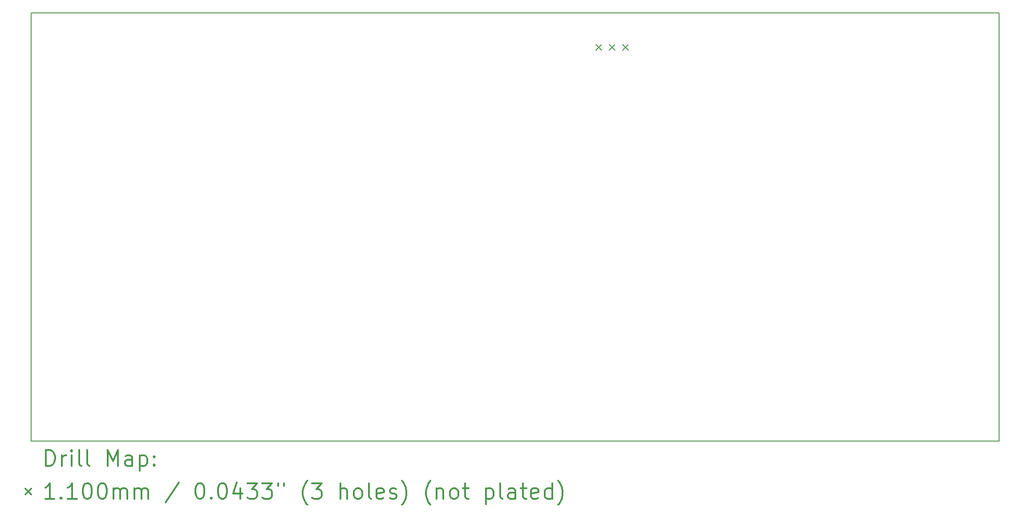
<source format=gbr>
%FSLAX45Y45*%
G04 Gerber Fmt 4.5, Leading zero omitted, Abs format (unit mm)*
G04 Created by KiCad (PCBNEW 5.1.10) date 2021-06-20 21:29:39*
%MOMM*%
%LPD*%
G01*
G04 APERTURE LIST*
%TA.AperFunction,Profile*%
%ADD10C,0.150000*%
%TD*%
%ADD11C,0.200000*%
%ADD12C,0.300000*%
G04 APERTURE END LIST*
D10*
X23622000Y-2870200D02*
X5207000Y-2870200D01*
X5207000Y-11023600D02*
X5207000Y-2870200D01*
X23622000Y-11023600D02*
X5207000Y-11023600D01*
X23622000Y-2870200D02*
X23622000Y-11023600D01*
D11*
X15947000Y-3475600D02*
X16057000Y-3585600D01*
X16057000Y-3475600D02*
X15947000Y-3585600D01*
X16201000Y-3475600D02*
X16311000Y-3585600D01*
X16311000Y-3475600D02*
X16201000Y-3585600D01*
X16455000Y-3475600D02*
X16565000Y-3585600D01*
X16565000Y-3475600D02*
X16455000Y-3585600D01*
D12*
X5485928Y-11496814D02*
X5485928Y-11196814D01*
X5557357Y-11196814D01*
X5600214Y-11211100D01*
X5628786Y-11239671D01*
X5643071Y-11268243D01*
X5657357Y-11325386D01*
X5657357Y-11368243D01*
X5643071Y-11425386D01*
X5628786Y-11453957D01*
X5600214Y-11482529D01*
X5557357Y-11496814D01*
X5485928Y-11496814D01*
X5785928Y-11496814D02*
X5785928Y-11296814D01*
X5785928Y-11353957D02*
X5800214Y-11325386D01*
X5814500Y-11311100D01*
X5843071Y-11296814D01*
X5871643Y-11296814D01*
X5971643Y-11496814D02*
X5971643Y-11296814D01*
X5971643Y-11196814D02*
X5957357Y-11211100D01*
X5971643Y-11225386D01*
X5985928Y-11211100D01*
X5971643Y-11196814D01*
X5971643Y-11225386D01*
X6157357Y-11496814D02*
X6128786Y-11482529D01*
X6114500Y-11453957D01*
X6114500Y-11196814D01*
X6314500Y-11496814D02*
X6285928Y-11482529D01*
X6271643Y-11453957D01*
X6271643Y-11196814D01*
X6657357Y-11496814D02*
X6657357Y-11196814D01*
X6757357Y-11411100D01*
X6857357Y-11196814D01*
X6857357Y-11496814D01*
X7128786Y-11496814D02*
X7128786Y-11339671D01*
X7114500Y-11311100D01*
X7085928Y-11296814D01*
X7028786Y-11296814D01*
X7000214Y-11311100D01*
X7128786Y-11482529D02*
X7100214Y-11496814D01*
X7028786Y-11496814D01*
X7000214Y-11482529D01*
X6985928Y-11453957D01*
X6985928Y-11425386D01*
X7000214Y-11396814D01*
X7028786Y-11382529D01*
X7100214Y-11382529D01*
X7128786Y-11368243D01*
X7271643Y-11296814D02*
X7271643Y-11596814D01*
X7271643Y-11311100D02*
X7300214Y-11296814D01*
X7357357Y-11296814D01*
X7385928Y-11311100D01*
X7400214Y-11325386D01*
X7414500Y-11353957D01*
X7414500Y-11439671D01*
X7400214Y-11468243D01*
X7385928Y-11482529D01*
X7357357Y-11496814D01*
X7300214Y-11496814D01*
X7271643Y-11482529D01*
X7543071Y-11468243D02*
X7557357Y-11482529D01*
X7543071Y-11496814D01*
X7528786Y-11482529D01*
X7543071Y-11468243D01*
X7543071Y-11496814D01*
X7543071Y-11311100D02*
X7557357Y-11325386D01*
X7543071Y-11339671D01*
X7528786Y-11325386D01*
X7543071Y-11311100D01*
X7543071Y-11339671D01*
X5089500Y-11936100D02*
X5199500Y-12046100D01*
X5199500Y-11936100D02*
X5089500Y-12046100D01*
X5643071Y-12126814D02*
X5471643Y-12126814D01*
X5557357Y-12126814D02*
X5557357Y-11826814D01*
X5528786Y-11869671D01*
X5500214Y-11898243D01*
X5471643Y-11912529D01*
X5771643Y-12098243D02*
X5785928Y-12112529D01*
X5771643Y-12126814D01*
X5757357Y-12112529D01*
X5771643Y-12098243D01*
X5771643Y-12126814D01*
X6071643Y-12126814D02*
X5900214Y-12126814D01*
X5985928Y-12126814D02*
X5985928Y-11826814D01*
X5957357Y-11869671D01*
X5928786Y-11898243D01*
X5900214Y-11912529D01*
X6257357Y-11826814D02*
X6285928Y-11826814D01*
X6314500Y-11841100D01*
X6328786Y-11855386D01*
X6343071Y-11883957D01*
X6357357Y-11941100D01*
X6357357Y-12012529D01*
X6343071Y-12069671D01*
X6328786Y-12098243D01*
X6314500Y-12112529D01*
X6285928Y-12126814D01*
X6257357Y-12126814D01*
X6228786Y-12112529D01*
X6214500Y-12098243D01*
X6200214Y-12069671D01*
X6185928Y-12012529D01*
X6185928Y-11941100D01*
X6200214Y-11883957D01*
X6214500Y-11855386D01*
X6228786Y-11841100D01*
X6257357Y-11826814D01*
X6543071Y-11826814D02*
X6571643Y-11826814D01*
X6600214Y-11841100D01*
X6614500Y-11855386D01*
X6628786Y-11883957D01*
X6643071Y-11941100D01*
X6643071Y-12012529D01*
X6628786Y-12069671D01*
X6614500Y-12098243D01*
X6600214Y-12112529D01*
X6571643Y-12126814D01*
X6543071Y-12126814D01*
X6514500Y-12112529D01*
X6500214Y-12098243D01*
X6485928Y-12069671D01*
X6471643Y-12012529D01*
X6471643Y-11941100D01*
X6485928Y-11883957D01*
X6500214Y-11855386D01*
X6514500Y-11841100D01*
X6543071Y-11826814D01*
X6771643Y-12126814D02*
X6771643Y-11926814D01*
X6771643Y-11955386D02*
X6785928Y-11941100D01*
X6814500Y-11926814D01*
X6857357Y-11926814D01*
X6885928Y-11941100D01*
X6900214Y-11969671D01*
X6900214Y-12126814D01*
X6900214Y-11969671D02*
X6914500Y-11941100D01*
X6943071Y-11926814D01*
X6985928Y-11926814D01*
X7014500Y-11941100D01*
X7028786Y-11969671D01*
X7028786Y-12126814D01*
X7171643Y-12126814D02*
X7171643Y-11926814D01*
X7171643Y-11955386D02*
X7185928Y-11941100D01*
X7214500Y-11926814D01*
X7257357Y-11926814D01*
X7285928Y-11941100D01*
X7300214Y-11969671D01*
X7300214Y-12126814D01*
X7300214Y-11969671D02*
X7314500Y-11941100D01*
X7343071Y-11926814D01*
X7385928Y-11926814D01*
X7414500Y-11941100D01*
X7428786Y-11969671D01*
X7428786Y-12126814D01*
X8014500Y-11812529D02*
X7757357Y-12198243D01*
X8400214Y-11826814D02*
X8428786Y-11826814D01*
X8457357Y-11841100D01*
X8471643Y-11855386D01*
X8485928Y-11883957D01*
X8500214Y-11941100D01*
X8500214Y-12012529D01*
X8485928Y-12069671D01*
X8471643Y-12098243D01*
X8457357Y-12112529D01*
X8428786Y-12126814D01*
X8400214Y-12126814D01*
X8371643Y-12112529D01*
X8357357Y-12098243D01*
X8343071Y-12069671D01*
X8328786Y-12012529D01*
X8328786Y-11941100D01*
X8343071Y-11883957D01*
X8357357Y-11855386D01*
X8371643Y-11841100D01*
X8400214Y-11826814D01*
X8628786Y-12098243D02*
X8643071Y-12112529D01*
X8628786Y-12126814D01*
X8614500Y-12112529D01*
X8628786Y-12098243D01*
X8628786Y-12126814D01*
X8828786Y-11826814D02*
X8857357Y-11826814D01*
X8885928Y-11841100D01*
X8900214Y-11855386D01*
X8914500Y-11883957D01*
X8928786Y-11941100D01*
X8928786Y-12012529D01*
X8914500Y-12069671D01*
X8900214Y-12098243D01*
X8885928Y-12112529D01*
X8857357Y-12126814D01*
X8828786Y-12126814D01*
X8800214Y-12112529D01*
X8785928Y-12098243D01*
X8771643Y-12069671D01*
X8757357Y-12012529D01*
X8757357Y-11941100D01*
X8771643Y-11883957D01*
X8785928Y-11855386D01*
X8800214Y-11841100D01*
X8828786Y-11826814D01*
X9185928Y-11926814D02*
X9185928Y-12126814D01*
X9114500Y-11812529D02*
X9043071Y-12026814D01*
X9228786Y-12026814D01*
X9314500Y-11826814D02*
X9500214Y-11826814D01*
X9400214Y-11941100D01*
X9443071Y-11941100D01*
X9471643Y-11955386D01*
X9485928Y-11969671D01*
X9500214Y-11998243D01*
X9500214Y-12069671D01*
X9485928Y-12098243D01*
X9471643Y-12112529D01*
X9443071Y-12126814D01*
X9357357Y-12126814D01*
X9328786Y-12112529D01*
X9314500Y-12098243D01*
X9600214Y-11826814D02*
X9785928Y-11826814D01*
X9685928Y-11941100D01*
X9728786Y-11941100D01*
X9757357Y-11955386D01*
X9771643Y-11969671D01*
X9785928Y-11998243D01*
X9785928Y-12069671D01*
X9771643Y-12098243D01*
X9757357Y-12112529D01*
X9728786Y-12126814D01*
X9643071Y-12126814D01*
X9614500Y-12112529D01*
X9600214Y-12098243D01*
X9900214Y-11826814D02*
X9900214Y-11883957D01*
X10014500Y-11826814D02*
X10014500Y-11883957D01*
X10457357Y-12241100D02*
X10443071Y-12226814D01*
X10414500Y-12183957D01*
X10400214Y-12155386D01*
X10385928Y-12112529D01*
X10371643Y-12041100D01*
X10371643Y-11983957D01*
X10385928Y-11912529D01*
X10400214Y-11869671D01*
X10414500Y-11841100D01*
X10443071Y-11798243D01*
X10457357Y-11783957D01*
X10543071Y-11826814D02*
X10728786Y-11826814D01*
X10628786Y-11941100D01*
X10671643Y-11941100D01*
X10700214Y-11955386D01*
X10714500Y-11969671D01*
X10728786Y-11998243D01*
X10728786Y-12069671D01*
X10714500Y-12098243D01*
X10700214Y-12112529D01*
X10671643Y-12126814D01*
X10585928Y-12126814D01*
X10557357Y-12112529D01*
X10543071Y-12098243D01*
X11085928Y-12126814D02*
X11085928Y-11826814D01*
X11214500Y-12126814D02*
X11214500Y-11969671D01*
X11200214Y-11941100D01*
X11171643Y-11926814D01*
X11128786Y-11926814D01*
X11100214Y-11941100D01*
X11085928Y-11955386D01*
X11400214Y-12126814D02*
X11371643Y-12112529D01*
X11357357Y-12098243D01*
X11343071Y-12069671D01*
X11343071Y-11983957D01*
X11357357Y-11955386D01*
X11371643Y-11941100D01*
X11400214Y-11926814D01*
X11443071Y-11926814D01*
X11471643Y-11941100D01*
X11485928Y-11955386D01*
X11500214Y-11983957D01*
X11500214Y-12069671D01*
X11485928Y-12098243D01*
X11471643Y-12112529D01*
X11443071Y-12126814D01*
X11400214Y-12126814D01*
X11671643Y-12126814D02*
X11643071Y-12112529D01*
X11628786Y-12083957D01*
X11628786Y-11826814D01*
X11900214Y-12112529D02*
X11871643Y-12126814D01*
X11814500Y-12126814D01*
X11785928Y-12112529D01*
X11771643Y-12083957D01*
X11771643Y-11969671D01*
X11785928Y-11941100D01*
X11814500Y-11926814D01*
X11871643Y-11926814D01*
X11900214Y-11941100D01*
X11914500Y-11969671D01*
X11914500Y-11998243D01*
X11771643Y-12026814D01*
X12028786Y-12112529D02*
X12057357Y-12126814D01*
X12114500Y-12126814D01*
X12143071Y-12112529D01*
X12157357Y-12083957D01*
X12157357Y-12069671D01*
X12143071Y-12041100D01*
X12114500Y-12026814D01*
X12071643Y-12026814D01*
X12043071Y-12012529D01*
X12028786Y-11983957D01*
X12028786Y-11969671D01*
X12043071Y-11941100D01*
X12071643Y-11926814D01*
X12114500Y-11926814D01*
X12143071Y-11941100D01*
X12257357Y-12241100D02*
X12271643Y-12226814D01*
X12300214Y-12183957D01*
X12314500Y-12155386D01*
X12328786Y-12112529D01*
X12343071Y-12041100D01*
X12343071Y-11983957D01*
X12328786Y-11912529D01*
X12314500Y-11869671D01*
X12300214Y-11841100D01*
X12271643Y-11798243D01*
X12257357Y-11783957D01*
X12800214Y-12241100D02*
X12785928Y-12226814D01*
X12757357Y-12183957D01*
X12743071Y-12155386D01*
X12728786Y-12112529D01*
X12714500Y-12041100D01*
X12714500Y-11983957D01*
X12728786Y-11912529D01*
X12743071Y-11869671D01*
X12757357Y-11841100D01*
X12785928Y-11798243D01*
X12800214Y-11783957D01*
X12914500Y-11926814D02*
X12914500Y-12126814D01*
X12914500Y-11955386D02*
X12928786Y-11941100D01*
X12957357Y-11926814D01*
X13000214Y-11926814D01*
X13028786Y-11941100D01*
X13043071Y-11969671D01*
X13043071Y-12126814D01*
X13228786Y-12126814D02*
X13200214Y-12112529D01*
X13185928Y-12098243D01*
X13171643Y-12069671D01*
X13171643Y-11983957D01*
X13185928Y-11955386D01*
X13200214Y-11941100D01*
X13228786Y-11926814D01*
X13271643Y-11926814D01*
X13300214Y-11941100D01*
X13314500Y-11955386D01*
X13328786Y-11983957D01*
X13328786Y-12069671D01*
X13314500Y-12098243D01*
X13300214Y-12112529D01*
X13271643Y-12126814D01*
X13228786Y-12126814D01*
X13414500Y-11926814D02*
X13528786Y-11926814D01*
X13457357Y-11826814D02*
X13457357Y-12083957D01*
X13471643Y-12112529D01*
X13500214Y-12126814D01*
X13528786Y-12126814D01*
X13857357Y-11926814D02*
X13857357Y-12226814D01*
X13857357Y-11941100D02*
X13885928Y-11926814D01*
X13943071Y-11926814D01*
X13971643Y-11941100D01*
X13985928Y-11955386D01*
X14000214Y-11983957D01*
X14000214Y-12069671D01*
X13985928Y-12098243D01*
X13971643Y-12112529D01*
X13943071Y-12126814D01*
X13885928Y-12126814D01*
X13857357Y-12112529D01*
X14171643Y-12126814D02*
X14143071Y-12112529D01*
X14128786Y-12083957D01*
X14128786Y-11826814D01*
X14414500Y-12126814D02*
X14414500Y-11969671D01*
X14400214Y-11941100D01*
X14371643Y-11926814D01*
X14314500Y-11926814D01*
X14285928Y-11941100D01*
X14414500Y-12112529D02*
X14385928Y-12126814D01*
X14314500Y-12126814D01*
X14285928Y-12112529D01*
X14271643Y-12083957D01*
X14271643Y-12055386D01*
X14285928Y-12026814D01*
X14314500Y-12012529D01*
X14385928Y-12012529D01*
X14414500Y-11998243D01*
X14514500Y-11926814D02*
X14628786Y-11926814D01*
X14557357Y-11826814D02*
X14557357Y-12083957D01*
X14571643Y-12112529D01*
X14600214Y-12126814D01*
X14628786Y-12126814D01*
X14843071Y-12112529D02*
X14814500Y-12126814D01*
X14757357Y-12126814D01*
X14728786Y-12112529D01*
X14714500Y-12083957D01*
X14714500Y-11969671D01*
X14728786Y-11941100D01*
X14757357Y-11926814D01*
X14814500Y-11926814D01*
X14843071Y-11941100D01*
X14857357Y-11969671D01*
X14857357Y-11998243D01*
X14714500Y-12026814D01*
X15114500Y-12126814D02*
X15114500Y-11826814D01*
X15114500Y-12112529D02*
X15085928Y-12126814D01*
X15028786Y-12126814D01*
X15000214Y-12112529D01*
X14985928Y-12098243D01*
X14971643Y-12069671D01*
X14971643Y-11983957D01*
X14985928Y-11955386D01*
X15000214Y-11941100D01*
X15028786Y-11926814D01*
X15085928Y-11926814D01*
X15114500Y-11941100D01*
X15228786Y-12241100D02*
X15243071Y-12226814D01*
X15271643Y-12183957D01*
X15285928Y-12155386D01*
X15300214Y-12112529D01*
X15314500Y-12041100D01*
X15314500Y-11983957D01*
X15300214Y-11912529D01*
X15285928Y-11869671D01*
X15271643Y-11841100D01*
X15243071Y-11798243D01*
X15228786Y-11783957D01*
M02*

</source>
